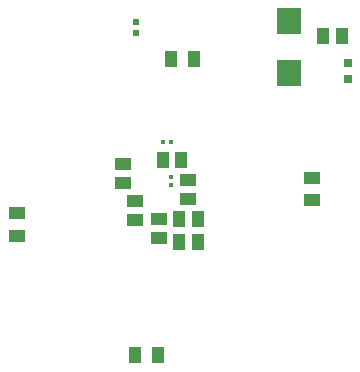
<source format=gbr>
%TF.GenerationSoftware,KiCad,Pcbnew,9.0.6*%
%TF.CreationDate,2025-12-07T19:13:54-08:00*%
%TF.ProjectId,redstone_block,72656473-746f-46e6-955f-626c6f636b2e,rev?*%
%TF.SameCoordinates,Original*%
%TF.FileFunction,Paste,Bot*%
%TF.FilePolarity,Positive*%
%FSLAX46Y46*%
G04 Gerber Fmt 4.6, Leading zero omitted, Abs format (unit mm)*
G04 Created by KiCad (PCBNEW 9.0.6) date 2025-12-07 19:13:54*
%MOMM*%
%LPD*%
G01*
G04 APERTURE LIST*
%ADD10R,1.470000X1.020000*%
%ADD11R,0.620000X0.600000*%
%ADD12R,0.460000X0.420000*%
%ADD13R,1.000000X1.450000*%
%ADD14R,1.020000X1.470000*%
%ADD15R,2.150000X2.200000*%
%ADD16R,1.450000X1.000000*%
%ADD17R,0.700000X0.650000*%
%ADD18R,0.420000X0.460000*%
G04 APERTURE END LIST*
D10*
%TO.C,C2*%
X131500000Y-51400000D03*
X131500000Y-53000000D03*
%TD*%
%TO.C,C2*%
X137000000Y-52700000D03*
X137000000Y-54300000D03*
%TD*%
D11*
%TO.C,C1*%
X132580000Y-40280000D03*
X132580000Y-39360000D03*
%TD*%
D10*
%TO.C,C2*%
X134500000Y-57600000D03*
X134500000Y-56000000D03*
%TD*%
D12*
%TO.C,C9*%
X134840000Y-49500000D03*
X135500000Y-49500000D03*
%TD*%
D13*
%TO.C,200*%
X137450000Y-42500000D03*
X135550000Y-42500000D03*
%TD*%
D14*
%TO.C,C3*%
X148400000Y-40500000D03*
X150000000Y-40500000D03*
%TD*%
D15*
%TO.C,D19*%
X145500000Y-43700000D03*
X145500000Y-39300000D03*
%TD*%
D10*
%TO.C,C2*%
X132500000Y-56100000D03*
X132500000Y-54500000D03*
%TD*%
D14*
%TO.C,C10*%
X134810000Y-51000000D03*
X136410000Y-51000000D03*
%TD*%
D16*
%TO.C,R2*%
X147500000Y-52550000D03*
X147500000Y-54450000D03*
%TD*%
D14*
%TO.C,C10*%
X136200000Y-58000000D03*
X137800000Y-58000000D03*
%TD*%
%TO.C,C2*%
X137800000Y-56000000D03*
X136200000Y-56000000D03*
%TD*%
D16*
%TO.C,R4*%
X122500000Y-57450000D03*
X122500000Y-55550000D03*
%TD*%
D17*
%TO.C,C4*%
X150500000Y-42825000D03*
X150500000Y-44175000D03*
%TD*%
D13*
%TO.C,R3*%
X132500000Y-67500000D03*
X134400000Y-67500000D03*
%TD*%
D18*
%TO.C,C11*%
X135500000Y-52500000D03*
X135500000Y-53160000D03*
%TD*%
M02*

</source>
